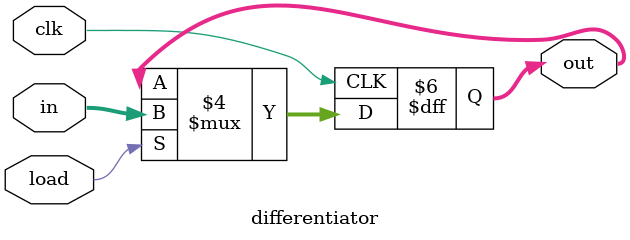
<source format=v>
module differentiator( clk, load, in, out );
input wire clk;
input wire load;
input wire [ 9: 0 ] in;
output reg [ 9: 0 ] out;

initial
    out <= 10'b0;

always @( posedge clk ) begin
    if ( load == 1'b1 ) begin
        out <= in;
    end
end

endmodule

</source>
